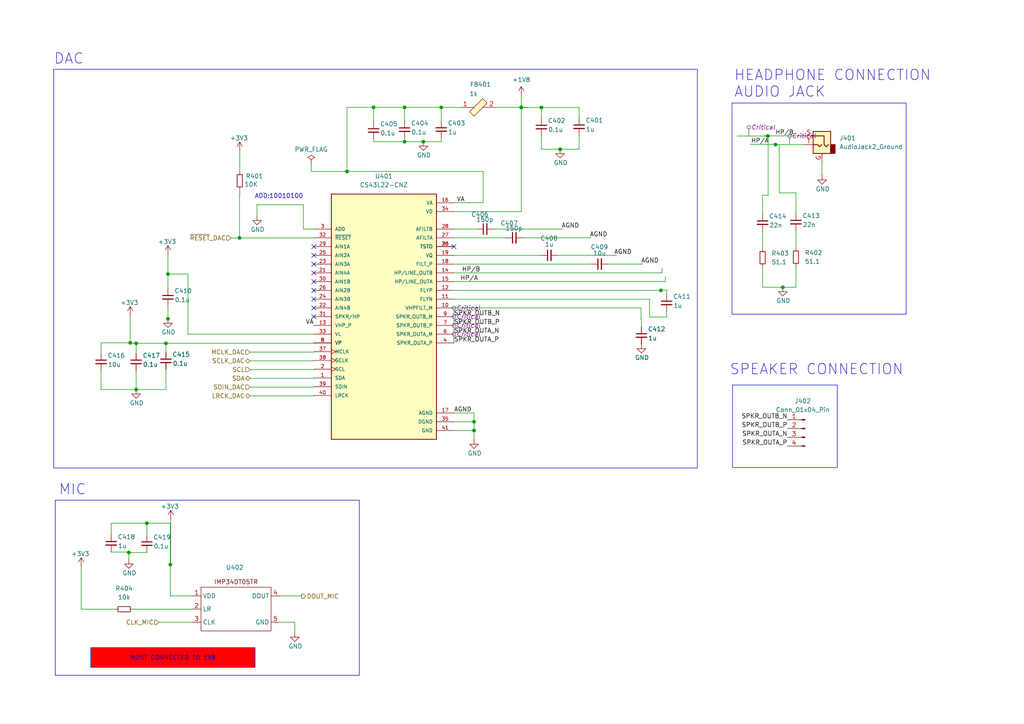
<source format=kicad_sch>
(kicad_sch (version 20231120) (generator "eeschema") (generator_version "8.0")
  (paper "A4")
  (title_block (title "Mixed Signal Board Project") (date "2024-06-24") (rev "V1.0") (company "open source") (comment 1 "this project for learning purposes"))
  (lib_symbols
    (symbol "CS43L22-CNZ:CS43L22-CNZ" (pin_names (offset 1.016))
      (property "Reference" "U" (at -15.2564 35.5982 0))
      (property "Value" "CS43L22-CNZ" (at -15.2586 -38.1466 0))
      (symbol "CS43L22-CNZ_0_0"
        (rectangle (start -15.24 -35.56) (end 15.24 35.56) (stroke (width 0.254)) (fill (type background)))
        (pin bidirectional line (at -20.32 -17.78 0) (length 5.08) (name "SDA") (number "1"))
        (pin output line (at 20.32 2.54 180) (length 5.08) (name "VHPFILT_M") (number "10"))
        (pin output line (at 20.32 5.08 180) (length 5.08) (name "FLYN") (number "11"))
        (pin output line (at 20.32 7.62 180) (length 5.08) (name "FLYP") (number "12"))
        (pin input line (at -20.32 -2.54 0) (length 5.08) (name "VHP_P") (number "13"))
        (pin output line (at 20.32 12.7 180) (length 5.08) (name "HP/LINE_OUTB") (number "14"))
        (pin output line (at 20.32 10.16 180) (length 5.08) (name "HP/LINE_OUTA") (number "15"))
        (pin power_in line (at 20.32 33.02 180) (length 5.08) (name "VA") (number "16"))
        (pin power_in line (at 20.32 -27.94 180) (length 5.08) (name "AGND") (number "17"))
        (pin output line (at 20.32 15.24 180) (length 5.08) (name "FILT_P") (number "18"))
        (pin output line (at 20.32 17.78 180) (length 5.08) (name "VQ") (number "19"))
        (pin input clock (at -20.32 -15.24 0) (length 5.08) (name "SCL") (number "2"))
        (pin output line (at 20.32 20.32 180) (length 5.08) (name "TSTO") (number "20"))
        (pin input line (at -20.32 12.7 0) (length 5.08) (name "AIN4A") (number "21"))
        (pin input line (at -20.32 2.54 0) (length 5.08) (name "AIN4B") (number "22"))
        (pin input line (at -20.32 15.24 0) (length 5.08) (name "AIN3A") (number "23"))
        (pin input line (at -20.32 5.08 0) (length 5.08) (name "AIN3B") (number "24"))
        (pin input line (at -20.32 17.78 0) (length 5.08) (name "AIN2A") (number "25"))
        (pin input line (at -20.32 7.62 0) (length 5.08) (name "AIN2B") (number "26"))
        (pin output line (at 20.32 22.86 180) (length 5.08) (name "AFILTA") (number "27"))
        (pin output line (at 20.32 25.4 180) (length 5.08) (name "AFILTB") (number "28"))
        (pin input line (at -20.32 20.32 0) (length 5.08) (name "AIN1A") (number "29"))
        (pin input line (at -20.32 25.4 0) (length 5.08) (name "AD0") (number "3"))
        (pin input line (at -20.32 10.16 0) (length 5.08) (name "AIN1B") (number "30"))
        (pin input line (at -20.32 0 0) (length 5.08) (name "SPKR/HP") (number "31"))
        (pin input line (at -20.32 22.86 0) (length 5.08) (name "~{RESET}") (number "32"))
        (pin input line (at -20.32 -5.08 0) (length 5.08) (name "VL") (number "33"))
        (pin power_in line (at 20.32 30.48 180) (length 5.08) (name "VD") (number "34"))
        (pin power_in line (at 20.32 -30.48 180) (length 5.08) (name "DGND") (number "35"))
        (pin output line (at 20.32 20.32 180) (length 5.08) (name "TSTO") (number "36"))
        (pin input clock (at -20.32 -10.16 0) (length 5.08) (name "MCLK") (number "37"))
        (pin input clock (at -20.32 -12.7 0) (length 5.08) (name "SCLK") (number "38"))
        (pin input line (at -20.32 -20.32 0) (length 5.08) (name "SDIN") (number "39"))
        (pin output line (at 20.32 -7.62 180) (length 5.08) (name "SPKR_OUTA_P") (number "4"))
        (pin bidirectional line (at -20.32 -22.86 0) (length 5.08) (name "LRCK") (number "40"))
        (pin power_in line (at 20.32 -33.02 180) (length 5.08) (name "GND") (number "41"))
        (pin input line (at -20.32 -7.62 0) (length 5.08) (name "VP") (number "5"))
        (pin output line (at 20.32 -5.08 180) (length 5.08) (name "SPKR_OUTA_M") (number "6"))
        (pin output line (at 20.32 -2.54 180) (length 5.08) (name "SPKR_OUTB_P") (number "7"))
        (pin input line (at -20.32 -7.62 0) (length 5.08) (name "VP") (number "8"))
        (pin output line (at 20.32 0 180) (length 5.08) (name "SPKR_OUTB_M") (number "9"))
      )
    )
    (symbol "Connector:Conn_01x04_Pin" (pin_names (offset 1.016) hide)
      (property "Reference" "J" (at 0 5.08 0))
      (property "Value" "Conn_01x04_Pin" (at 0 -7.62 0))
      (symbol "Conn_01x04_Pin_1_1"
        (polyline (pts (xy 1.27 -5.08) (xy 0.8636 -5.08)) (stroke (width 0.1524)))
        (polyline (pts (xy 1.27 -2.54) (xy 0.8636 -2.54)) (stroke (width 0.1524)))
        (polyline (pts (xy 1.27 0) (xy 0.8636 0)) (stroke (width 0.1524)))
        (polyline (pts (xy 1.27 2.54) (xy 0.8636 2.54)) (stroke (width 0.1524)))
        (rectangle (start 0.8636 -4.953) (end 0 -5.207) (stroke (width 0.1524)) (fill (type outline)))
        (rectangle (start 0.8636 -2.413) (end 0 -2.667) (stroke (width 0.1524)) (fill (type outline)))
        (rectangle (start 0.8636 0.127) (end 0 -0.127) (stroke (width 0.1524)) (fill (type outline)))
        (rectangle (start 0.8636 2.667) (end 0 2.413) (stroke (width 0.1524)) (fill (type outline)))
        (pin passive line (at 5.08 2.54 180) (length 3.81) (name "Pin_1") (number "1"))
        (pin passive line (at 5.08 0 180) (length 3.81) (name "Pin_2") (number "2"))
        (pin passive line (at 5.08 -2.54 180) (length 3.81) (name "Pin_3") (number "3"))
        (pin passive line (at 5.08 -5.08 180) (length 3.81) (name "Pin_4") (number "4"))
      )
    )
    (symbol "Connector_Audio:AudioJack2_Ground"
      (property "Reference" "J" (at 0 8.89 0))
      (property "Value" "AudioJack2_Ground" (at 0 6.35 0))
      (symbol "AudioJack2_Ground_0_1"
        (rectangle (start -2.54 -2.54) (end -3.81 0) (stroke (width 0.254)) (fill (type outline)))
        (polyline (pts (xy 0 0) (xy 0.635 -0.635) (xy 1.27 0) (xy 2.54 0)) (stroke (width 0.254)))
        (polyline (pts (xy 2.54 2.54) (xy -0.635 2.54) (xy -0.635 0) (xy -1.27 -0.635) (xy -1.905 0)) (stroke (width 0.254)))
        (rectangle (start 2.54 3.81) (end -2.54 -2.54) (stroke (width 0.254)) (fill (type background)))
      )
      (symbol "AudioJack2_Ground_1_1"
        (pin passive line (at 0 -5.08 90) (length 2.54) (name "~") (number "G"))
        (pin passive line (at 5.08 2.54 180) (length 2.54) (name "~") (number "S"))
        (pin passive line (at 5.08 0 180) (length 2.54) (name "~") (number "T"))
      )
    )
    (symbol "Device:C_Small" (pin_numbers hide) (pin_names (offset 0.254) hide)
      (property "Reference" "C" (at 0.254 1.778 0))
      (property "Value" "C_Small" (at 0.254 -2.032 0))
      (symbol "C_Small_0_1"
        (polyline (pts (xy -1.524 -0.508) (xy 1.524 -0.508)) (stroke (width 0.3302)))
        (polyline (pts (xy -1.524 0.508) (xy 1.524 0.508)) (stroke (width 0.3048)))
      )
      (symbol "C_Small_1_1"
        (pin passive line (at 0 2.54 270) (length 2.032) (name "~") (number "1"))
        (pin passive line (at 0 -2.54 90) (length 2.032) (name "~") (number "2"))
      )
    )
    (symbol "Device:R_Small" (pin_numbers hide) (pin_names (offset 0.254) hide)
      (property "Reference" "R" (at 0.762 0.508 0))
      (property "Value" "R_Small" (at 0.762 -1.016 0))
      (symbol "R_Small_0_1"
        (rectangle (start -0.762 1.778) (end 0.762 -1.778) (stroke (width 0.2032)))
      )
      (symbol "R_Small_1_1"
        (pin passive line (at 0 2.54 270) (length 0.762) (name "~") (number "1"))
        (pin passive line (at 0 -2.54 90) (length 0.762) (name "~") (number "2"))
      )
    )
    (symbol "custom1:IMP34DT05TR"
      (property "Reference" "U402" (at -0.3559 12.0689 0))
      (symbol "IMP34DT05TR_0_1"
        (rectangle (start -10.16 6.35) (end 10.16 -6.35))
      )
      (symbol "IMP34DT05TR_1_1"
        (text "IMP34DT05TR\n" (at 0 7.874 0) (effects (font (size 1.27 1.27))))
        (pin power_in line (at -12.7 3.81 0) (length 2.54) (name "VDD") (number "1"))
        (pin input line (at -12.7 0 0) (length 2.54) (name "LR") (number "2"))
        (pin input line (at -12.7 -3.81 0) (length 2.54) (name "CLK") (number "3"))
        (pin output line (at 12.7 3.81 180) (length 2.54) (name "DOUT") (number "4"))
        (pin passive line (at 12.7 -3.81 180) (length 2.54) (name "GND") (number "5"))
        (pin passive line (at 12.7 -3.81 180) (length 2.54) hide (name "GND") (number "6"))
        (pin passive line (at 12.7 -3.81 180) (length 2.54) hide (name "GND") (number "7"))
        (pin passive line (at 12.7 -3.81 180) (length 2.54) hide (name "GND") (number "8"))
      )
    )
    (symbol "dk_Ferrite-Beads-and-Chips:BLM18HE152SN1D" (pin_names (offset 1.016))
      (property "Reference" "FB" (at -2.54 3.81 0))
      (property "Value" "BLM18HE152SN1D" (at 0 -3.81 0))
      (symbol "BLM18HE152SN1D_0_1"
        (polyline (pts (xy -1.27 0) (xy -2.54 0)))
        (polyline (pts (xy 1.27 0) (xy 2.54 0)))
        (polyline (pts (xy -1.27 2.54) (xy -2.54 1.27) (xy 1.27 -2.54) (xy 2.54 -1.27) (xy -1.27 2.54)) (fill (type background)))
      )
      (symbol "BLM18HE152SN1D_1_1"
        (pin passive line (at -5.08 0 0) (length 2.54) (name "~") (number "1"))
        (pin passive line (at 5.08 0 180) (length 2.54) (name "~") (number "2"))
      )
    )
    (symbol "power:+2V5" (power) (pin_names (offset 0))
      (property "Value" "+2V5" (at 0 3.556 0))
      (symbol "+2V5_0_1"
        (polyline (pts (xy -0.762 1.27) (xy 0 2.54)))
        (polyline (pts (xy 0 0) (xy 0 2.54)))
        (polyline (pts (xy 0 2.54) (xy 0.762 1.27)))
      )
      (symbol "+2V5_1_1"
        (pin power_in line (at 0 0 90) (length 0) hide (name "+2V5") (number "1"))
      )
    )
    (symbol "power:+3V3" (power) (pin_names (offset 0))
      (property "Value" "+3V3" (at 0 3.556 0))
      (symbol "+3V3_0_1"
        (polyline (pts (xy -0.762 1.27) (xy 0 2.54)))
        (polyline (pts (xy 0 0) (xy 0 2.54)))
        (polyline (pts (xy 0 2.54) (xy 0.762 1.27)))
      )
      (symbol "+3V3_1_1"
        (pin power_in line (at 0 0 90) (length 0) hide (name "+3V3") (number "1"))
      )
    )
    (symbol "power:GND" (power) (pin_names (offset 0))
      (property "Value" "GND" (at 0 -3.81 0))
      (symbol "GND_0_1"
        (polyline (pts (xy 0 0) (xy 0 -1.27) (xy 1.27 -1.27) (xy 0 -2.54) (xy -1.27 -1.27) (xy 0 -1.27)))
      )
      (symbol "GND_1_1"
        (pin power_in line (at 0 0 270) (length 0) hide (name "GND") (number "1"))
      )
    )
    (symbol "power:PWR_FLAG" (power) (pin_numbers hide) (pin_names (offset 0) hide)
      (property "Value" "PWR_FLAG" (at 0 3.81 0))
      (symbol "PWR_FLAG_0_0"
        (pin power_out line (at 0 0 90) (length 0) (name "pwr") (number "1"))
      )
      (symbol "PWR_FLAG_0_1"
        (polyline (pts (xy 0 0) (xy 0 1.27) (xy -1.016 1.905) (xy 0 2.54) (xy 1.016 1.905) (xy 0 1.27)))
      )
    )
  )
  (junction (at 117.3356 41.099))
  (junction (at 122.7913 41.099))
  (junction (at 48.1248 99.5646))
  (junction (at 151.1938 31.1758))
  (junction (at 69.4622 69.0064))
  (junction (at 137.4911 124.8659))
  (junction (at 49.4021 163.7603))
  (junction (at 42.5905 151.7408))
  (junction (at 37.7601 99.4388))
  (junction (at 227.0403 83.3116))
  (junction (at 108.3515 31.1484))
  (junction (at 39.4875 99.5646))
  (junction (at 100.6423 49.7254))
  (junction (at 151.1938 31.1484))
  (junction (at 127.9872 31.1484))
  (junction (at 157.0366 31.1758))
  (junction (at 117.3356 31.1484))
  (junction (at 39.4875 112.9954))
  (junction (at 48.7114 92.459))
  (junction (at 48.7114 79.4875))
  (junction (at 137.4911 122.3259))
  (junction (at 224.9277 41.947))
  (junction (at 162.4561 43.2849))
  (junction (at 37.3737 160.2555))
  (junction (at 191.675 84.2259))
  (junction (at 222.7129 39.4437))
  (no_connect (at 91.0162 81.6859))
  (no_connect (at 91.0162 86.7659))
  (no_connect (at 91.0162 71.5259))
  (no_connect (at 91.0162 76.6059))
  (no_connect (at 91.0162 74.0659))
  (no_connect (at 91.0162 84.2259))
  (no_connect (at 91.0162 91.8459))
  (no_connect (at 91.0162 89.3059))
  (no_connect (at 91.0162 79.1459))
  (no_connect (at 131.6562 71.5259))
  (wire (pts (xy 46.0389 180.4669) (xy 46.0389 180.4896)))
  (wire (pts (xy 151.1938 61.3659) (xy 151.1938 31.1758)))
  (wire (pts (xy 29.2907 107.5075) (xy 29.2907 112.9954)))
  (wire (pts (xy 131.6562 89.3059) (xy 185.9165 89.3059)))
  (wire (pts (xy 191.9961 79.1459) (xy 191.9961 77.7286)))
  (wire (pts (xy 157.0366 34.3097) (xy 157.0366 31.1758)))
  (wire (pts (xy 146.6169 68.9859) (xy 146.6169 68.9782)))
  (wire (pts (xy 186.0384 94.7667) (xy 186.0384 92.5718)))
  (wire (pts (xy 222.7903 39.4437) (xy 222.7129 39.4437)))
  (wire (pts (xy 37.3737 160.2555) (xy 37.3737 162.302)))
  (wire (pts (xy 48.1248 99.5646) (xy 91.0162 99.5646)))
  (wire (pts (xy 48.1248 107.2034) (xy 48.1248 112.9954)))
  (wire (pts (xy 48.7114 88.7615) (xy 48.7114 92.459)))
  (wire (pts (xy 29.326 99.4388) (xy 37.7601 99.4388)))
  (wire (pts (xy 131.6562 61.3659) (xy 151.1938 61.3659)))
  (wire (pts (xy 91.0162 112.2871) (xy 91.0162 112.1659)))
  (wire (pts (xy 69.5469 56.6745) (xy 69.4622 56.6745)))
  (wire (pts (xy 81.1582 180.4669) (xy 85.4994 180.4669)))
  (wire (pts (xy 191.675 84.2259) (xy 191.675 84.2753)))
  (wire (pts (xy 221.7098 39.407) (xy 233.3104 39.407)))
  (wire (pts (xy 91.0162 66.4459) (xy 88.0044 66.4459)))
  (wire (pts (xy 163.058 66.3672) (xy 163.058 66.4378)))
  (wire (pts (xy 226.0082 55.9395) (xy 226.0082 41.9837)))
  (wire (pts (xy 48.7114 79.4875) (xy 48.7114 83.6815)))
  (wire (pts (xy 48.7114 73.7735) (xy 48.7114 79.4875)))
  (wire (pts (xy 192.9716 81.6859) (xy 192.9716 80.2686)))
  (wire (pts (xy 151.1938 31.1484) (xy 151.1938 31.1758)))
  (wire (pts (xy 137.4911 119.7859) (xy 137.4911 122.3259)))
  (wire (pts (xy 161.858 74.0589) (xy 178.7236 74.0589)))
  (wire (pts (xy 221.7098 39.407) (xy 221.7098 39.4437)))
  (wire (pts (xy 100.6423 49.7254) (xy 140.1395 49.7254)))
  (wire (pts (xy 193.3541 91.9565) (xy 193.3541 90.4041)))
  (wire (pts (xy 91.0162 104.6671) (xy 91.0162 104.5459)))
  (wire (pts (xy 131.6562 66.4459) (xy 138.1486 66.4459)))
  (wire (pts (xy 230.8508 83.3116) (xy 227.0403 83.3116)))
  (wire (pts (xy 222.7903 56.6169) (xy 222.7903 39.4437)))
  (wire (pts (xy 39.4875 99.5646) (xy 48.1248 99.5646)))
  (wire (pts (xy 157.0366 43.2849) (xy 162.4561 43.2849)))
  (wire (pts (xy 171.3848 76.6059) (xy 171.3848 76.5993)))
  (wire (pts (xy 72.5007 107.2071) (xy 91.0162 107.2071)))
  (wire (pts (xy 131.6562 81.6859) (xy 192.9716 81.6859)))
  (wire (pts (xy 186.3448 76.4582) (xy 186.3448 76.5993)))
  (wire (pts (xy 131.6562 124.8659) (xy 137.4911 124.8659)))
  (wire (pts (xy 87.447 172.8469) (xy 87.447 172.9532)))
  (wire (pts (xy 167.9603 39.3046) (xy 167.9603 43.2849)))
  (wire (pts (xy 143.8216 31.1484) (xy 151.1938 31.1484)))
  (wire (pts (xy 37.7601 99.5646) (xy 37.7601 99.4388)))
  (wire (pts (xy 127.9872 41.099) (xy 122.7913 41.099)))
  (wire (pts (xy 55.7582 176.691) (xy 55.7582 176.6569)))
  (wire (pts (xy 108.3515 40.38) (xy 108.3515 41.099)))
  (wire (pts (xy 151.1938 27.6193) (xy 151.1938 31.1484)))
  (wire (pts (xy 193.3541 84.129) (xy 191.675 84.129)))
  (wire (pts (xy 108.3515 31.1484) (xy 117.3356 31.1484)))
  (wire (pts (xy 74.5381 59.3802) (xy 74.5381 62.6733)))
  (wire (pts (xy 186.0384 92.5718) (xy 185.9165 92.5718)))
  (wire (pts (xy 29.2907 112.9954) (xy 39.4875 112.9954)))
  (wire (pts (xy 131.6562 58.8259) (xy 131.6562 58.7879)))
  (wire (pts (xy 55.7582 180.4669) (xy 46.0389 180.4669)))
  (wire (pts (xy 81.1582 172.8469) (xy 87.447 172.8469)))
  (wire (pts (xy 49.5059 163.7603) (xy 49.5059 150.5407)))
  (wire (pts (xy 188.4145 91.9565) (xy 193.3541 91.9565)))
  (wire (pts (xy 48.7114 92.459) (xy 48.7114 92.4611)))
  (wire (pts (xy 230.8508 66.9693) (xy 230.8508 72.0493)))
  (wire (pts (xy 42.5905 160.2079) (xy 42.5905 160.2555)))
  (wire (pts (xy 167.9603 43.2849) (xy 162.4561 43.2849)))
  (wire (pts (xy 171.3142 68.9076) (xy 171.3142 68.9782)))
  (wire (pts (xy 221.1814 62.0379) (xy 221.1814 56.6169)))
  (wire (pts (xy 39.4875 102.4275) (xy 39.4875 99.5646)))
  (wire (pts (xy 167.9603 31.1758) (xy 157.0366 31.1758)))
  (wire (pts (xy 67.0065 69.0377) (xy 69.4622 69.0377)))
  (wire (pts (xy 91.0162 102.1267) (xy 91.0162 102.0059)))
  (wire (pts (xy 137.4911 124.8659) (xy 137.4911 127.5728)))
  (wire (pts (xy 37.7601 99.4388) (xy 37.7601 91.4531)))
  (wire (pts (xy 42.5905 155.1279) (xy 42.5905 151.7408)))
  (wire (pts (xy 48.1248 102.1234) (xy 48.1248 99.5646)))
  (wire (pts (xy 29.326 107.5075) (xy 29.2907 107.5075)))
  (wire (pts (xy 176.4648 76.5993) (xy 186.3448 76.5993)))
  (wire (pts (xy 39.4875 107.5075) (xy 39.4875 112.9954)))
  (wire (pts (xy 32.2596 155.044) (xy 32.2596 151.7408)))
  (wire (pts (xy 222.7129 39.4567) (xy 222.7129 39.4437)))
  (wire (pts (xy 72.5007 109.7471) (xy 91.0162 109.7471)))
  (wire (pts (xy 230.8508 61.8893) (xy 230.8508 55.9395)))
  (wire (pts (xy 72.5007 104.6671) (xy 91.0162 104.6671)))
  (wire (pts (xy 222.7129 39.4437) (xy 221.7098 39.4437)))
  (wire (pts (xy 157.0366 31.1758) (xy 151.1938 31.1758)))
  (wire (pts (xy 138.1486 66.4459) (xy 138.1486 66.4378)))
  (wire (pts (xy 91.0162 69.0064) (xy 91.0162 68.9859)))
  (wire (pts (xy 131.6562 84.2259) (xy 191.675 84.2259)))
  (wire (pts (xy 32.2596 151.7408) (xy 42.5905 151.7408)))
  (wire (pts (xy 127.9872 35.0278) (xy 127.9872 31.1484)))
  (wire (pts (xy 48.7114 79.4875) (xy 54.5067 79.4875)))
  (wire (pts (xy 90.26 47.5446) (xy 90.26 49.7254)))
  (wire (pts (xy 54.5067 79.4875) (xy 54.5067 96.9259)))
  (wire (pts (xy 213.7695 39.4567) (xy 222.7129 39.4567)))
  (wire (pts (xy 72.5007 112.2871) (xy 91.0162 112.2871)))
  (wire (pts (xy 117.3356 40.1418) (xy 117.3356 41.099)))
  (wire (pts (xy 221.1814 77.2779) (xy 221.1814 83.3116)))
  (wire (pts (xy 151.6969 68.9782) (xy 171.3142 68.9782)))
  (wire (pts (xy 230.8508 55.9395) (xy 226.0082 55.9395)))
  (wire (pts (xy 191.675 84.129) (xy 191.675 84.2259)))
  (wire (pts (xy 88.0044 59.3802) (xy 74.5381 59.3802)))
  (wire (pts (xy 224.9277 41.8509) (xy 224.9277 41.947)))
  (wire (pts (xy 217.586 41.8509) (xy 224.9277 41.8509)))
  (wire (pts (xy 91.0162 69.0064) (xy 69.4622 69.0064)))
  (wire (pts (xy 72.5007 102.1267) (xy 91.0162 102.1267)))
  (wire (pts (xy 238.3904 50.9179) (xy 238.4355 50.9179)))
  (wire (pts (xy 193.3541 85.3241) (xy 193.3541 84.129)))
  (wire (pts (xy 167.9603 34.2246) (xy 167.9603 31.1758)))
  (wire (pts (xy 238.3904 47.027) (xy 238.3904 50.9179)))
  (wire (pts (xy 117.3356 31.1484) (xy 127.9872 31.1484)))
  (wire (pts (xy 224.9277 41.947) (xy 224.9277 41.9837)))
  (wire (pts (xy 72.5007 114.8271) (xy 91.0162 114.8271)))
  (wire (pts (xy 88.0044 66.4459) (xy 88.0044 59.3802)))
  (wire (pts (xy 140.1395 49.7254) (xy 140.1395 58.7879)))
  (wire (pts (xy 55.7582 172.8469) (xy 49.4021 172.8469)))
  (wire (pts (xy 49.4021 172.8469) (xy 49.4021 163.7603)))
  (wire (pts (xy 91.0162 99.5646) (xy 91.0162 99.4659)))
  (wire (pts (xy 137.4911 122.3259) (xy 137.4911 124.8659)))
  (wire (pts (xy 117.3356 41.099) (xy 122.7913 41.099)))
  (wire (pts (xy 117.3356 35.0618) (xy 117.3356 31.1484)))
  (wire (pts (xy 32.2596 160.124) (xy 37.3737 160.124)))
  (wire (pts (xy 221.1814 67.1179) (xy 221.1814 72.1979)))
  (wire (pts (xy 131.6562 74.0659) (xy 156.778 74.0659)))
  (wire (pts (xy 90.26 49.7254) (xy 100.6423 49.7254)))
  (wire (pts (xy 38.539 176.691) (xy 55.7582 176.691)))
  (wire (pts (xy 69.4622 69.0377) (xy 69.4622 69.0064)))
  (wire (pts (xy 69.4622 56.6745) (xy 69.4622 69.0064)))
  (wire (pts (xy 221.1814 83.3116) (xy 227.0403 83.3116)))
  (wire (pts (xy 48.1248 112.9954) (xy 39.4875 112.9954)))
  (wire (pts (xy 230.8508 77.1293) (xy 230.8508 83.3116)))
  (wire (pts (xy 131.6562 122.3259) (xy 137.4911 122.3259)))
  (wire (pts (xy 156.778 74.0659) (xy 156.778 74.0589)))
  (wire (pts (xy 33.459 176.691) (xy 23.5411 176.691)))
  (wire (pts (xy 153.0285 31.1484) (xy 151.1938 31.1484)))
  (wire (pts (xy 137.4911 119.7859) (xy 131.6562 119.7859)))
  (wire (pts (xy 224.9277 41.947) (xy 233.3104 41.947)))
  (wire (pts (xy 69.5469 43.7186) (xy 69.5469 49.9006)))
  (wire (pts (xy 29.326 102.4275) (xy 29.326 99.4388)))
  (wire (pts (xy 37.3737 160.124) (xy 37.3737 160.2555)))
  (wire (pts (xy 108.3515 41.099) (xy 117.3356 41.099)))
  (wire (pts (xy 157.0366 39.3897) (xy 157.0366 43.2849)))
  (wire (pts (xy 185.9165 89.3059) (xy 185.9165 92.5718)))
  (wire (pts (xy 131.6562 76.6059) (xy 171.3848 76.6059)))
  (wire (pts (xy 37.7601 99.5646) (xy 39.4875 99.5646)))
  (wire (pts (xy 42.5905 151.7408) (xy 49.4021 151.7408)))
  (wire (pts (xy 131.6562 86.7659) (xy 188.4145 86.7659)))
  (wire (pts (xy 188.4145 86.7659) (xy 188.4145 91.9565)))
  (wire (pts (xy 143.2286 66.4378) (xy 163.058 66.4378)))
  (wire (pts (xy 42.5905 160.2555) (xy 37.3737 160.2555)))
  (wire (pts (xy 91.0162 109.7471) (xy 91.0162 109.6259)))
  (wire (pts (xy 224.9277 41.9837) (xy 226.0082 41.9837)))
  (wire (pts (xy 49.5059 163.7603) (xy 49.4021 163.7603)))
  (wire (pts (xy 49.4021 151.7408) (xy 49.4021 163.7603)))
  (wire (pts (xy 131.6562 68.9859) (xy 146.6169 68.9859)))
  (wire (pts (xy 23.5411 176.691) (xy 23.5411 164.2923)))
  (wire (pts (xy 91.0162 114.8271) (xy 91.0162 114.7059)))
  (wire (pts (xy 131.6562 79.1459) (xy 191.9961 79.1459)))
  (wire (pts (xy 54.5067 96.9259) (xy 91.0162 96.9259)))
  (wire (pts (xy 91.0162 107.2071) (xy 91.0162 107.0859)))
  (wire (pts (xy 127.9872 40.1078) (xy 127.9872 41.099)))
  (wire (pts (xy 178.7236 73.8472) (xy 178.7236 74.0589)))
  (wire (pts (xy 100.6423 49.7254) (xy 100.6423 31.1484)))
  (wire (pts (xy 131.6562 58.7879) (xy 140.1395 58.7879)))
  (wire (pts (xy 221.1814 56.6169) (xy 222.7903 56.6169)))
  (wire (pts (xy 127.9872 31.1484) (xy 133.6616 31.1484)))
  (wire (pts (xy 69.5469 54.9806) (xy 69.5469 56.6745)))
  (wire (pts (xy 100.6423 31.1484) (xy 108.3515 31.1484)))
  (wire (pts (xy 108.3515 35.3) (xy 108.3515 31.1484)))
  (wire (pts (xy 85.4994 180.4669) (xy 85.4994 183.5381)))
  (rectangle (start 212.3141 29.8832) (end 262.8166 91.1335))
  (rectangle (start 15.5864 20.0863) (end 202.265 135.7376))
  (rectangle (start 16.0319 145.0783) (end 104.2323 195.8737))
  (rectangle (start 212.4548 111.6751) (end 242.8488 135.5974))
  (text_box "MUST CONNECTED TO 1V8" (at 26.3432 187.8412 0) (size 47.625 5.715) (fill (type color) (color 255 0 0 1)) (effects (font (size 1.27 1.27))))
  (text "SPEAKER CONNECTION" (at 236.8418 107.2755 0) (effects (font (size 3 3))))
  (text "MIC" (at 21.0366 142.1247 0) (effects (font (size 3 3))))
  (text "DAC" (at 19.9687 17.1713 0) (effects (font (size 3 3))))
  (text "ADD:10010100" (at 80.902 57.0014 0) (effects (font (size 1.27 1.27))))
  (text "HEADPHONE CONNECTION\nAUDIO JACK" (at 212.8779 24.3605 0) (effects (font (size 3 3)) (justify left)))
  (label "HP{slash}A" (at 133.4618 81.6859 0))
  (label "HP{slash}B" (at 133.9433 79.1459 0))
  (label "AGND" (at 185.9214 76.5993 0))
  (label "SPKR_OUTA_N" (at 228.4068 126.8298 180))
  (label "HP{slash}B" (at 224.8281 39.407 0))
  (label "AGND" (at 171.0319 68.9782 0))
  (label "HP{slash}A" (at 217.8058 41.8509 0))
  (label "AGND" (at 131.6562 119.7859 0))
  (label "VA" (at 91.0162 94.3859 180))
  (label "SPKR_OUTB_P" (at 131.6562 94.3859 0))
  (label "SPKR_OUTB_P" (at 228.4068 124.2898 180))
  (label "SPKR_OUTA_P" (at 131.6562 99.4659 0))
  (label "SPKR_OUTB_N" (at 228.4068 121.7498 180))
  (label "SPKR_OUTA_P" (at 228.4068 129.3698 180))
  (label "AGND" (at 162.8463 66.4378 0))
  (label "AGND" (at 178.0885 74.0589 0))
  (label "SPKR_OUTB_N" (at 131.6562 91.8459 0))
  (label "VA" (at 134.8212 58.7879 180))
  (label "SPKR_OUTA_N" (at 131.6562 96.9259 0))
  (hierarchical_label "SDA" (shape bidirectional) (at 72.5007 109.7471 180))
  (hierarchical_label "SCLK_DAC" (shape bidirectional) (at 72.5007 104.6671 180))
  (hierarchical_label "MCLK_DAC" (shape input) (at 72.5007 102.1267 180))
  (hierarchical_label "LRCK_DAC" (shape bidirectional) (at 72.5007 114.8271 180))
  (hierarchical_label "~{RESET}_DAC" (shape input) (at 67.0065 69.0377 180))
  (hierarchical_label "CLK_MIC" (shape input) (at 46.0389 180.4896 180))
  (hierarchical_label "DOUT_MIC" (shape output) (at 87.447 172.9532 0))
  (hierarchical_label "SCL" (shape input) (at 72.5007 107.2071 180))
  (hierarchical_label "SDIN_DAC" (shape input) (at 72.5007 112.2871 180))
  (netclass_flag "" (length 2.54) (shape round) (at 131.6562 94.3859 0) (property "Netclass" "Critical" (at 132.3547 91.8459 0) (effects (font (italic yes)) (justify left))))
  (netclass_flag "" (length 2.54) (shape round) (at 229.0039 41.947 0) (property "Netclass" "Critical" (at 229.7024 39.407 0) (effects (font (italic yes)) (justify left))))
  (netclass_flag "" (length 2.54) (shape round) (at 131.6562 96.9259 0) (property "Netclass" "Critical" (at 132.3547 94.3859 0) (effects (font (italic yes)) (justify left))))
  (netclass_flag "" (length 2.54) (shape round) (at 131.6562 91.8459 0) (property "Netclass" "Critical" (at 132.3547 89.3059 0) (effects (font (italic yes)) (justify left))))
  (netclass_flag "" (length 2.54) (shape round) (at 217.1864 39.4567 0) (property "Netclass" "Critical" (at 217.8849 36.9167 0) (effects (font (italic yes)) (justify left))))
  (netclass_flag "" (length 2.54) (shape round) (at 131.6562 99.4659 0) (property "Netclass" "Critical" (at 132.3547 96.9259 0) (effects (font (italic yes)) (justify left))))
  (symbol (lib_id "Device:C_Small") (at 140.6886 66.4378 90) (unit 1)
    (property "Reference" "C406" (at 139.2067 62.2038 90))
    (property "Value" "150p" (at 140.618 63.6857 90))
    (property "Footprint" "Capacitor_SMD:C_0805_2012Metric" (effects (hide yes)))
    (property "Description" "Unpolarized capacitor, small symbol" (effects (hide yes)))
  )
  (symbol (lib_id "Connector_Audio:AudioJack2_Ground") (at 238.3904 41.947 0) (mirror y) (unit 1)
    (property "Reference" "J401" (at 243.4327 40.0419 0) (effects (justify right)))
    (property "Value" "AudioJack2_Ground" (at 243.4327 42.5819 0) (effects (justify right)))
    (property "Footprint" "Connector_Audio:Jack_3.5mm_CUI_SJ1-3523N_Horizontal" (effects (hide yes)))
    (property "Description" "Audio Jack, 2 Poles (Mono / TS), Grounded Sleeve" (effects (hide yes)))
  )
  (symbol (lib_id "dk_Ferrite-Beads-and-Chips:BLM18HE152SN1D") (at 138.7416 31.1484 0) (mirror x) (unit 1)
    (property "Reference" "FB401" (at 136.2572 24.4864 0) (effects (justify left)))
    (property "Value" "1k" (at 136.1556 27.23 0) (effects (justify left)))
    (property "Footprint" "digikey-footprints:0603" (effects (hide yes)))
    (property "Datasheet" "https://www.murata.com/en-us/products/productdata/8796741599262/ENFA0004.pdf" (effects (hide yes)))
    (property "Description" "FERRITE BEAD 1.5 KOHM 0603 1LN" (effects (hide yes)))
    (property "Digi-Key_PN" "490-5216-1-ND" (effects (hide yes)))
    (property "MPN" "BLM18HE152SN1D" (effects (hide yes)))
    (property "Category" "Filters" (effects (hide yes)))
    (property "Family" "Ferrite Beads and Chips" (effects (hide yes)))
    (property "DK_Datasheet_Link" "https://www.murata.com/en-us/products/productdata/8796741599262/ENFA0004.pdf" (effects (hide yes)))
    (property "DK_Detail_Page" "/product-detail/en/murata-electronics-north-america/BLM18HE152SN1D/490-5216-1-ND/1948392" (effects (hide yes)))
    (property "Description_1" "FERRITE BEAD 1.5 KOHM 0603 1LN" (effects (hide yes)))
    (property "Manufacturer" "Murata Electronics North America" (effects (hide yes)))
    (property "Status" "Active" (effects (hide yes)))
  )
  (symbol (lib_id "Device:C_Small") (at 221.1814 64.5779 0) (unit 1)
    (property "Reference" "C414" (at 223.0444 62.7149 0) (effects (justify left)))
    (property "Value" "22n" (at 223.129 65.34 0) (effects (justify left)))
    (property "Footprint" "Capacitor_SMD:C_0805_2012Metric" (effects (hide yes)))
    (property "Description" "Unpolarized capacitor, small symbol" (effects (hide yes)))
  )
  (symbol (lib_id "power:+3V3") (at 37.7601 91.4531 0) (unit 1)
    (property "Reference" "#PWR0421" (effects (hide yes)))
    (property "Value" "+3V3" (at 37.5223 87.7906 0))
    (property "Description" "Power symbol creates a global label with name \"+3V3\"" (effects (hide yes)))
  )
  (symbol (lib_id "Device:C_Small") (at 39.4875 104.9675 0) (unit 1)
    (property "Reference" "C417" (at 41.3505 103.1045 0) (effects (justify left)))
    (property "Value" "0.1u" (at 41.4351 105.7296 0) (effects (justify left)))
    (property "Footprint" "Capacitor_SMD:C_0805_2012Metric" (effects (hide yes)))
    (property "Description" "Unpolarized capacitor, small symbol" (effects (hide yes)))
  )
  (symbol (lib_id "Device:C_Small") (at 157.0366 36.8497 0) (unit 1)
    (property "Reference" "C402" (at 158.8996 34.9867 0) (effects (justify left)))
    (property "Value" "0.1u" (at 158.9842 37.6118 0) (effects (justify left)))
    (property "Footprint" "Capacitor_SMD:C_0805_2012Metric" (effects (hide yes)))
    (property "Description" "Unpolarized capacitor, small symbol" (effects (hide yes)))
  )
  (symbol (lib_id "Device:C_Small") (at 193.3541 87.8641 0) (unit 1)
    (property "Reference" "C411" (at 195.2171 86.0011 0) (effects (justify left)))
    (property "Value" "1u" (at 195.3017 88.6262 0) (effects (justify left)))
    (property "Footprint" "Capacitor_SMD:C_0805_2012Metric" (effects (hide yes)))
    (property "Description" "Unpolarized capacitor, small symbol" (effects (hide yes)))
  )
  (symbol (lib_id "power:GND") (at 122.7913 41.099 0) (unit 1)
    (property "Reference" "#PWR0414" (effects (hide yes)))
    (property "Value" "GND" (at 122.9606 44.9942 0))
    (property "Description" "Power symbol creates a global label with name \"GND\" , ground" (effects (hide yes)))
  )
  (symbol (lib_id "Device:C_Small") (at 167.9603 36.7646 0) (unit 1)
    (property "Reference" "C401" (at 169.8233 34.9016 0) (effects (justify left)))
    (property "Value" "1u" (at 169.9079 37.5267 0) (effects (justify left)))
    (property "Footprint" "Capacitor_SMD:C_0805_2012Metric" (effects (hide yes)))
    (property "Description" "Unpolarized capacitor, small symbol" (effects (hide yes)))
  )
  (symbol (lib_id "power:+3V3") (at 23.5411 164.2923 0) (unit 1)
    (property "Reference" "#PWR0428" (effects (hide yes)))
    (property "Value" "+3V3" (at 23.3033 160.6298 0))
    (property "Description" "Power symbol creates a global label with name \"+3V3\"" (effects (hide yes)))
  )
  (symbol (lib_id "Device:R_Small") (at 35.999 176.691 270) (unit 1)
    (property "Reference" "R404" (at 35.999 170.6874 90))
    (property "Value" "10k" (at 35.999 173.2274 90))
    (property "Footprint" "Resistor_SMD:R_0805_2012Metric_Pad1.20x1.40mm_HandSolder" (effects (hide yes)))
    (property "Description" "Resistor, small symbol" (effects (hide yes)))
  )
  (symbol (lib_id "power:GND") (at 227.0403 83.3116 0) (unit 1)
    (property "Reference" "#PWR0424" (effects (hide yes)))
    (property "Value" "GND" (at 227.2096 87.2068 0))
    (property "Description" "Power symbol creates a global label with name \"GND\" , ground" (effects (hide yes)))
  )
  (symbol (lib_id "power:PWR_FLAG") (at 90.26 47.5446 0) (unit 1)
    (property "Reference" "#FLG0402" (effects (hide yes)))
    (property "Value" "PWR_FLAG" (at 90.26 43.3289 0))
    (property "Description" "Special symbol for telling ERC where power comes from" (effects (hide yes)))
  )
  (symbol (lib_id "Device:C_Small") (at 230.8508 64.4293 0) (unit 1)
    (property "Reference" "C413" (at 232.7138 62.5663 0) (effects (justify left)))
    (property "Value" "22n" (at 232.7984 65.1914 0) (effects (justify left)))
    (property "Footprint" "Capacitor_SMD:C_0805_2012Metric" (effects (hide yes)))
    (property "Description" "Unpolarized capacitor, small symbol" (effects (hide yes)))
  )
  (symbol (lib_id "power:GND") (at 48.7114 92.459 0) (unit 1)
    (property "Reference" "#PWR0419" (effects (hide yes)))
    (property "Value" "GND" (at 48.8807 96.3542 0))
    (property "Description" "Power symbol creates a global label with name \"GND\" , ground" (effects (hide yes)))
  )
  (symbol (lib_id "Device:C_Small") (at 48.1248 104.6634 0) (unit 1)
    (property "Reference" "C415" (at 49.9878 102.8004 0) (effects (justify left)))
    (property "Value" "0.1u" (at 50.0724 105.4255 0) (effects (justify left)))
    (property "Footprint" "Capacitor_SMD:C_0805_2012Metric" (effects (hide yes)))
    (property "Description" "Unpolarized capacitor, small symbol" (effects (hide yes)))
  )
  (symbol (lib_id "Device:R_Small") (at 221.1814 74.7379 0) (unit 1)
    (property "Reference" "R403" (at 223.7214 73.4678 0) (effects (justify left)))
    (property "Value" "51.1" (at 223.7214 76.0078 0) (effects (justify left)))
    (property "Footprint" "Resistor_SMD:R_0805_2012Metric_Pad1.20x1.40mm_HandSolder" (effects (hide yes)))
    (property "Description" "Resistor, small symbol" (effects (hide yes)))
  )
  (symbol (lib_id "power:+3V3") (at 48.7114 73.7735 0) (unit 1)
    (property "Reference" "#PWR0418" (effects (hide yes)))
    (property "Value" "+3V3" (at 48.4736 70.111 0))
    (property "Description" "Power symbol creates a global label with name \"+3V3\"" (effects (hide yes)))
  )
  (symbol (lib_id "power:GND") (at 74.5381 62.6733 0) (unit 1)
    (property "Reference" "#PWR0417" (effects (hide yes)))
    (property "Value" "GND" (at 74.7074 66.5685 0))
    (property "Description" "Power symbol creates a global label with name \"GND\" , ground" (effects (hide yes)))
  )
  (symbol (lib_id "power:GND") (at 37.3737 162.302 0) (unit 1)
    (property "Reference" "#PWR0427" (effects (hide yes)))
    (property "Value" "GND" (at 37.543 166.1972 0))
    (property "Description" "Power symbol creates a global label with name \"GND\" , ground" (effects (hide yes)))
  )
  (symbol (lib_id "power:+2V5") (at 151.1938 27.6193 0) (unit 1)
    (property "Reference" "#PWR0413" (effects (hide yes)))
    (property "Value" "+1V8" (at 151.1938 23.1208 0))
    (property "Description" "Power symbol creates a global label with name \"+2V5\"" (effects (hide yes)))
  )
  (symbol (lib_id "power:GND") (at 85.4994 183.5381 0) (unit 1)
    (property "Reference" "#PWR0429" (effects (hide yes)))
    (property "Value" "GND" (at 85.6687 187.4333 0))
    (property "Description" "Power symbol creates a global label with name \"GND\" , ground" (effects (hide yes)))
  )
  (symbol (lib_id "Device:C_Small") (at 48.7114 86.2215 0) (unit 1)
    (property "Reference" "C410" (at 50.5744 84.3585 0) (effects (justify left)))
    (property "Value" "0.1u" (at 50.659 86.9836 0) (effects (justify left)))
    (property "Footprint" "Capacitor_SMD:C_0805_2012Metric" (effects (hide yes)))
    (property "Description" "Unpolarized capacitor, small symbol" (effects (hide yes)))
  )
  (symbol (lib_id "Device:C_Small") (at 42.5905 157.6679 0) (unit 1)
    (property "Reference" "C419" (at 44.4535 155.8049 0) (effects (justify left)))
    (property "Value" "0.1u" (at 44.5381 158.43 0) (effects (justify left)))
    (property "Footprint" "Capacitor_SMD:C_0805_2012Metric" (effects (hide yes)))
    (property "Description" "Unpolarized capacitor, small symbol" (effects (hide yes)))
  )
  (symbol (lib_id "power:+3V3") (at 69.5469 43.7186 0) (unit 1)
    (property "Reference" "#PWR0416" (effects (hide yes)))
    (property "Value" "+3V3" (at 69.3091 40.0561 0))
    (property "Description" "Power symbol creates a global label with name \"+3V3\"" (effects (hide yes)))
  )
  (symbol (lib_id "power:GND") (at 39.4875 112.9954 0) (unit 1)
    (property "Reference" "#PWR0423" (effects (hide yes)))
    (property "Value" "GND" (at 39.6568 116.8906 0))
    (property "Description" "Power symbol creates a global label with name \"GND\" , ground" (effects (hide yes)))
  )
  (symbol (lib_id "power:GND") (at 186.0384 99.8467 0) (unit 1)
    (property "Reference" "#PWR0422" (effects (hide yes)))
    (property "Value" "GND" (at 186.2077 103.7419 0))
    (property "Description" "Power symbol creates a global label with name \"GND\" , ground" (effects (hide yes)))
  )
  (symbol (lib_id "Device:C_Small") (at 149.1569 68.9782 90) (unit 1)
    (property "Reference" "C407" (at 147.675 64.7442 90))
    (property "Value" "150p" (at 149.0863 66.2261 90))
    (property "Footprint" "Capacitor_SMD:C_0805_2012Metric" (effects (hide yes)))
    (property "Description" "Unpolarized capacitor, small symbol" (effects (hide yes)))
  )
  (symbol (lib_id "Connector:Conn_01x04_Pin") (at 233.4868 124.2898 0) (mirror y) (unit 1)
    (property "Reference" "J402" (at 232.8518 116.321 0))
    (property "Value" "Conn_01x04_Pin" (at 232.8518 118.861 0))
    (property "Footprint" "Connector_PinHeader_2.00mm:PinHeader_1x04_P2.00mm_Vertical" (effects (hide yes)))
    (property "Description" "Generic connector, single row, 01x04, script generated" (effects (hide yes)))
  )
  (symbol (lib_id "power:GND") (at 162.4561 43.2849 0) (unit 1)
    (property "Reference" "#PWR0415" (effects (hide yes)))
    (property "Value" "GND" (at 162.6254 47.1801 0))
    (property "Description" "Power symbol creates a global label with name \"GND\" , ground" (effects (hide yes)))
  )
  (symbol (lib_id "custom1:IMP34DT05TR") (at 68.4582 176.6569 0) (unit 1)
    (property "Reference" "U402" (at 68.1023 164.588 0))
    (property "Value" "IMP34DT05TR" (effects (hide yes)))
    (property "Footprint" "footprints:MIC_MP34DT06JTR" (effects (hide yes)))
  )
  (symbol (lib_id "Device:C_Small") (at 117.3356 37.6018 0) (unit 1)
    (property "Reference" "C404" (at 119.1986 35.7388 0) (effects (justify left)))
    (property "Value" "0.1u" (at 119.2832 38.3639 0) (effects (justify left)))
    (property "Footprint" "Capacitor_SMD:C_0805_2012Metric" (effects (hide yes)))
    (property "Description" "Unpolarized capacitor, small symbol" (effects (hide yes)))
  )
  (symbol (lib_id "Device:C_Small") (at 186.0384 97.3067 0) (unit 1)
    (property "Reference" "C412" (at 187.9014 95.4437 0) (effects (justify left)))
    (property "Value" "1u" (at 187.986 98.0688 0) (effects (justify left)))
    (property "Footprint" "Capacitor_SMD:C_0805_2012Metric" (effects (hide yes)))
    (property "Description" "Unpolarized capacitor, small symbol" (effects (hide yes)))
  )
  (symbol (lib_id "Device:R_Small") (at 230.8508 74.5893 0) (unit 1)
    (property "Reference" "R402" (at 233.3908 73.3192 0) (effects (justify left)))
    (property "Value" "51.1" (at 233.3908 75.8592 0) (effects (justify left)))
    (property "Footprint" "Resistor_SMD:R_0805_2012Metric_Pad1.20x1.40mm_HandSolder" (effects (hide yes)))
    (property "Description" "Resistor, small symbol" (effects (hide yes)))
  )
  (symbol (lib_id "power:GND") (at 238.4355 50.9179 0) (unit 1)
    (property "Reference" "#PWR0420" (effects (hide yes)))
    (property "Value" "GND" (at 238.6048 54.8131 0))
    (property "Description" "Power symbol creates a global label with name \"GND\" , ground" (effects (hide yes)))
  )
  (symbol (lib_id "Device:C_Small") (at 173.9248 76.5993 90) (unit 1)
    (property "Reference" "C409" (at 173.8542 71.6597 90))
    (property "Value" "10u" (at 173.9248 73.4239 90))
    (property "Footprint" "Capacitor_SMD:C_0805_2012Metric" (effects (hide yes)))
    (property "Description" "Unpolarized capacitor, small symbol" (effects (hide yes)))
  )
  (symbol (lib_id "Device:C_Small") (at 159.318 74.0589 90) (unit 1)
    (property "Reference" "C408" (at 159.2474 69.1193 90))
    (property "Value" "1u" (at 159.318 70.8835 90))
    (property "Footprint" "Capacitor_SMD:C_0805_2012Metric" (effects (hide yes)))
    (property "Description" "Unpolarized capacitor, small symbol" (effects (hide yes)))
  )
  (symbol (lib_id "power:GND") (at 137.4911 127.5728 0) (unit 1)
    (property "Reference" "#PWR0426" (effects (hide yes)))
    (property "Value" "GND" (at 137.6604 131.468 0))
    (property "Description" "Power symbol creates a global label with name \"GND\" , ground" (effects (hide yes)))
  )
  (symbol (lib_id "Device:C_Small") (at 29.326 104.9675 0) (unit 1)
    (property "Reference" "C416" (at 31.189 103.1045 0) (effects (justify left)))
    (property "Value" "10u" (at 31.2736 105.7296 0) (effects (justify left)))
    (property "Footprint" "Capacitor_SMD:C_0805_2012Metric" (effects (hide yes)))
    (property "Description" "Unpolarized capacitor, small symbol" (effects (hide yes)))
  )
  (symbol (lib_id "CS43L22-CNZ:CS43L22-CNZ") (at 111.3362 91.8459 0) (unit 1)
    (property "Reference" "U401" (at 111.3362 51.1113 0))
    (property "Value" "CS43L22-CNZ" (at 111.3362 53.6513 0))
    (property "Footprint" "footprints:QFN50P600X600X100-41N" (effects (hide yes)))
    (property "MF" "Cirrus Logic" (effects (hide yes)))
    (property "Description_1" "\nDAC, Audio 24 b 96k I2S 40-QFN (6x6)\n" (effects (hide yes)))
    (property "PACKAGE" "QFN-40" (effects (hide yes)))
    (property "MANUFAFACTURER" "CIRRUS LOGIC" (effects (hide yes)))
    (property "Package" "QFN-40 Cirrus Logic" (effects (hide yes)))
    (property "Check_prices" "https://www.snapeda.com/parts/CS43L22-CNZ/Cirrus+Logic+Inc./view-part/?ref=eda" (effects (hide yes)))
    (property "STANDARD" "IPC 7351B" (effects (hide yes)))
    (property "PARTREV" "F2" (effects (hide yes)))
    (property "SnapEDA_Link" "https://www.snapeda.com/parts/CS43L22-CNZ/Cirrus+Logic+Inc./view-part/?ref=snap" (effects (hide yes)))
    (property "MP" "CS43L22-CNZ" (effects (hide yes)))
    (property "Price" "None" (effects (hide yes)))
    (property "Availability" "In Stock" (effects (hide yes)))
  )
  (symbol (lib_id "Device:R_Small") (at 69.5469 52.4406 0) (unit 1)
    (property "Reference" "R401" (at 71.2405 51.0857 0) (effects (justify left)))
    (property "Value" "10K" (at 70.9018 53.4567 0) (effects (justify left)))
    (property "Footprint" "Resistor_SMD:R_0805_2012Metric_Pad1.20x1.40mm_HandSolder" (effects (hide yes)))
    (property "Description" "Resistor, small symbol" (effects (hide yes)))
  )
  (symbol (lib_id "Device:C_Small") (at 108.3515 37.84 0) (unit 1)
    (property "Reference" "C405" (at 110.2145 35.977 0) (effects (justify left)))
    (property "Value" "0.1u" (at 110.2991 38.6021 0) (effects (justify left)))
    (property "Footprint" "Capacitor_SMD:C_0805_2012Metric" (effects (hide yes)))
    (property "Description" "Unpolarized capacitor, small symbol" (effects (hide yes)))
  )
  (symbol (lib_id "power:+3V3") (at 49.5059 150.5407 0) (unit 1)
    (property "Reference" "#PWR0425" (effects (hide yes)))
    (property "Value" "+3V3" (at 49.2681 146.8782 0))
    (property "Description" "Power symbol creates a global label with name \"+3V3\"" (effects (hide yes)))
  )
  (symbol (lib_id "Device:C_Small") (at 127.9872 37.5678 0) (unit 1)
    (property "Reference" "C403" (at 129.8502 35.7048 0) (effects (justify left)))
    (property "Value" "1u" (at 129.9348 38.3299 0) (effects (justify left)))
    (property "Footprint" "Capacitor_SMD:C_0805_2012Metric" (effects (hide yes)))
    (property "Description" "Unpolarized capacitor, small symbol" (effects (hide yes)))
  )
  (symbol (lib_id "Device:C_Small") (at 32.2596 157.584 0) (unit 1)
    (property "Reference" "C418" (at 34.1226 155.721 0) (effects (justify left)))
    (property "Value" "1u" (at 34.2072 158.3461 0) (effects (justify left)))
    (property "Footprint" "Capacitor_SMD:C_0805_2012Metric" (effects (hide yes)))
    (property "Description" "Unpolarized capacitor, small symbol" (effects (hide yes)))
  )
)
</source>
